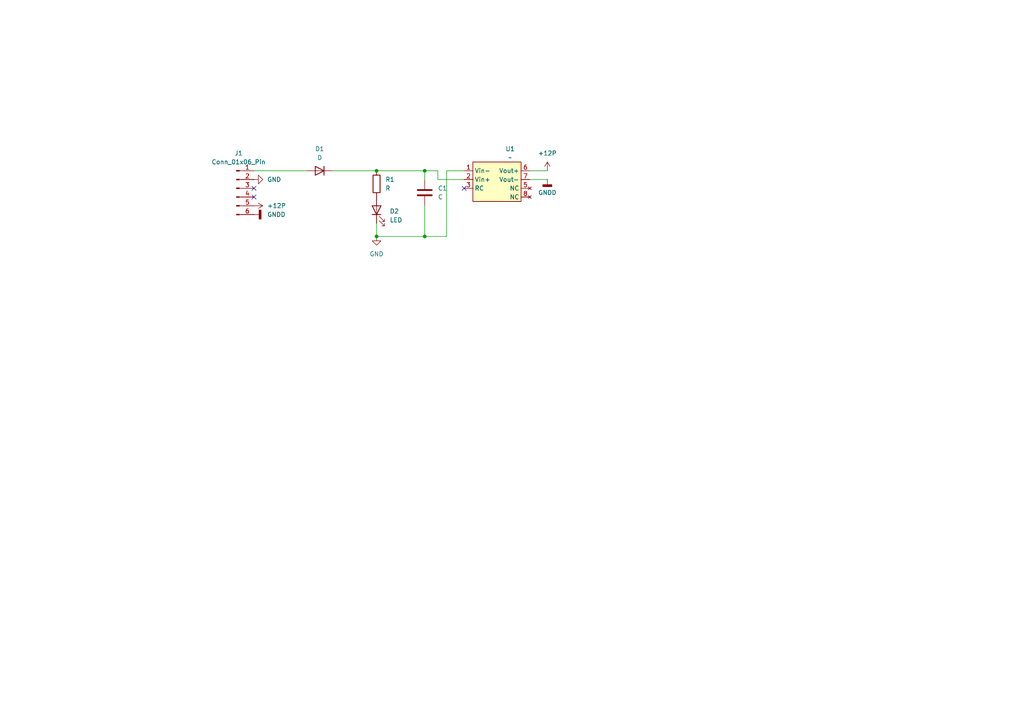
<source format=kicad_sch>
(kicad_sch
	(version 20231120)
	(generator "eeschema")
	(generator_version "8.0")
	(uuid "072dc675-bb9c-467a-b5fc-4e3dd4258f3e")
	(paper "A4")
	(lib_symbols
		(symbol "Connector:Conn_01x06_Pin"
			(pin_names
				(offset 1.016) hide)
			(exclude_from_sim no)
			(in_bom yes)
			(on_board yes)
			(property "Reference" "J"
				(at 0 7.62 0)
				(effects
					(font
						(size 1.27 1.27)
					)
				)
			)
			(property "Value" "Conn_01x06_Pin"
				(at 0 -10.16 0)
				(effects
					(font
						(size 1.27 1.27)
					)
				)
			)
			(property "Footprint" ""
				(at 0 0 0)
				(effects
					(font
						(size 1.27 1.27)
					)
					(hide yes)
				)
			)
			(property "Datasheet" "~"
				(at 0 0 0)
				(effects
					(font
						(size 1.27 1.27)
					)
					(hide yes)
				)
			)
			(property "Description" "Generic connector, single row, 01x06, script generated"
				(at 0 0 0)
				(effects
					(font
						(size 1.27 1.27)
					)
					(hide yes)
				)
			)
			(property "ki_locked" ""
				(at 0 0 0)
				(effects
					(font
						(size 1.27 1.27)
					)
				)
			)
			(property "ki_keywords" "connector"
				(at 0 0 0)
				(effects
					(font
						(size 1.27 1.27)
					)
					(hide yes)
				)
			)
			(property "ki_fp_filters" "Connector*:*_1x??_*"
				(at 0 0 0)
				(effects
					(font
						(size 1.27 1.27)
					)
					(hide yes)
				)
			)
			(symbol "Conn_01x06_Pin_1_1"
				(polyline
					(pts
						(xy 1.27 -7.62) (xy 0.8636 -7.62)
					)
					(stroke
						(width 0.1524)
						(type default)
					)
					(fill
						(type none)
					)
				)
				(polyline
					(pts
						(xy 1.27 -5.08) (xy 0.8636 -5.08)
					)
					(stroke
						(width 0.1524)
						(type default)
					)
					(fill
						(type none)
					)
				)
				(polyline
					(pts
						(xy 1.27 -2.54) (xy 0.8636 -2.54)
					)
					(stroke
						(width 0.1524)
						(type default)
					)
					(fill
						(type none)
					)
				)
				(polyline
					(pts
						(xy 1.27 0) (xy 0.8636 0)
					)
					(stroke
						(width 0.1524)
						(type default)
					)
					(fill
						(type none)
					)
				)
				(polyline
					(pts
						(xy 1.27 2.54) (xy 0.8636 2.54)
					)
					(stroke
						(width 0.1524)
						(type default)
					)
					(fill
						(type none)
					)
				)
				(polyline
					(pts
						(xy 1.27 5.08) (xy 0.8636 5.08)
					)
					(stroke
						(width 0.1524)
						(type default)
					)
					(fill
						(type none)
					)
				)
				(rectangle
					(start 0.8636 -7.493)
					(end 0 -7.747)
					(stroke
						(width 0.1524)
						(type default)
					)
					(fill
						(type outline)
					)
				)
				(rectangle
					(start 0.8636 -4.953)
					(end 0 -5.207)
					(stroke
						(width 0.1524)
						(type default)
					)
					(fill
						(type outline)
					)
				)
				(rectangle
					(start 0.8636 -2.413)
					(end 0 -2.667)
					(stroke
						(width 0.1524)
						(type default)
					)
					(fill
						(type outline)
					)
				)
				(rectangle
					(start 0.8636 0.127)
					(end 0 -0.127)
					(stroke
						(width 0.1524)
						(type default)
					)
					(fill
						(type outline)
					)
				)
				(rectangle
					(start 0.8636 2.667)
					(end 0 2.413)
					(stroke
						(width 0.1524)
						(type default)
					)
					(fill
						(type outline)
					)
				)
				(rectangle
					(start 0.8636 5.207)
					(end 0 4.953)
					(stroke
						(width 0.1524)
						(type default)
					)
					(fill
						(type outline)
					)
				)
				(pin passive line
					(at 5.08 5.08 180)
					(length 3.81)
					(name "Pin_1"
						(effects
							(font
								(size 1.27 1.27)
							)
						)
					)
					(number "1"
						(effects
							(font
								(size 1.27 1.27)
							)
						)
					)
				)
				(pin passive line
					(at 5.08 2.54 180)
					(length 3.81)
					(name "Pin_2"
						(effects
							(font
								(size 1.27 1.27)
							)
						)
					)
					(number "2"
						(effects
							(font
								(size 1.27 1.27)
							)
						)
					)
				)
				(pin passive line
					(at 5.08 0 180)
					(length 3.81)
					(name "Pin_3"
						(effects
							(font
								(size 1.27 1.27)
							)
						)
					)
					(number "3"
						(effects
							(font
								(size 1.27 1.27)
							)
						)
					)
				)
				(pin passive line
					(at 5.08 -2.54 180)
					(length 3.81)
					(name "Pin_4"
						(effects
							(font
								(size 1.27 1.27)
							)
						)
					)
					(number "4"
						(effects
							(font
								(size 1.27 1.27)
							)
						)
					)
				)
				(pin passive line
					(at 5.08 -5.08 180)
					(length 3.81)
					(name "Pin_5"
						(effects
							(font
								(size 1.27 1.27)
							)
						)
					)
					(number "5"
						(effects
							(font
								(size 1.27 1.27)
							)
						)
					)
				)
				(pin passive line
					(at 5.08 -7.62 180)
					(length 3.81)
					(name "Pin_6"
						(effects
							(font
								(size 1.27 1.27)
							)
						)
					)
					(number "6"
						(effects
							(font
								(size 1.27 1.27)
							)
						)
					)
				)
			)
		)
		(symbol "Device:C"
			(pin_numbers hide)
			(pin_names
				(offset 0.254)
			)
			(exclude_from_sim no)
			(in_bom yes)
			(on_board yes)
			(property "Reference" "C"
				(at 0.635 2.54 0)
				(effects
					(font
						(size 1.27 1.27)
					)
					(justify left)
				)
			)
			(property "Value" "C"
				(at 0.635 -2.54 0)
				(effects
					(font
						(size 1.27 1.27)
					)
					(justify left)
				)
			)
			(property "Footprint" ""
				(at 0.9652 -3.81 0)
				(effects
					(font
						(size 1.27 1.27)
					)
					(hide yes)
				)
			)
			(property "Datasheet" "~"
				(at 0 0 0)
				(effects
					(font
						(size 1.27 1.27)
					)
					(hide yes)
				)
			)
			(property "Description" "Unpolarized capacitor"
				(at 0 0 0)
				(effects
					(font
						(size 1.27 1.27)
					)
					(hide yes)
				)
			)
			(property "ki_keywords" "cap capacitor"
				(at 0 0 0)
				(effects
					(font
						(size 1.27 1.27)
					)
					(hide yes)
				)
			)
			(property "ki_fp_filters" "C_*"
				(at 0 0 0)
				(effects
					(font
						(size 1.27 1.27)
					)
					(hide yes)
				)
			)
			(symbol "C_0_1"
				(polyline
					(pts
						(xy -2.032 -0.762) (xy 2.032 -0.762)
					)
					(stroke
						(width 0.508)
						(type default)
					)
					(fill
						(type none)
					)
				)
				(polyline
					(pts
						(xy -2.032 0.762) (xy 2.032 0.762)
					)
					(stroke
						(width 0.508)
						(type default)
					)
					(fill
						(type none)
					)
				)
			)
			(symbol "C_1_1"
				(pin passive line
					(at 0 3.81 270)
					(length 2.794)
					(name "~"
						(effects
							(font
								(size 1.27 1.27)
							)
						)
					)
					(number "1"
						(effects
							(font
								(size 1.27 1.27)
							)
						)
					)
				)
				(pin passive line
					(at 0 -3.81 90)
					(length 2.794)
					(name "~"
						(effects
							(font
								(size 1.27 1.27)
							)
						)
					)
					(number "2"
						(effects
							(font
								(size 1.27 1.27)
							)
						)
					)
				)
			)
		)
		(symbol "Device:D"
			(pin_numbers hide)
			(pin_names
				(offset 1.016) hide)
			(exclude_from_sim no)
			(in_bom yes)
			(on_board yes)
			(property "Reference" "D"
				(at 0 2.54 0)
				(effects
					(font
						(size 1.27 1.27)
					)
				)
			)
			(property "Value" "D"
				(at 0 -2.54 0)
				(effects
					(font
						(size 1.27 1.27)
					)
				)
			)
			(property "Footprint" ""
				(at 0 0 0)
				(effects
					(font
						(size 1.27 1.27)
					)
					(hide yes)
				)
			)
			(property "Datasheet" "~"
				(at 0 0 0)
				(effects
					(font
						(size 1.27 1.27)
					)
					(hide yes)
				)
			)
			(property "Description" "Diode"
				(at 0 0 0)
				(effects
					(font
						(size 1.27 1.27)
					)
					(hide yes)
				)
			)
			(property "Sim.Device" "D"
				(at 0 0 0)
				(effects
					(font
						(size 1.27 1.27)
					)
					(hide yes)
				)
			)
			(property "Sim.Pins" "1=K 2=A"
				(at 0 0 0)
				(effects
					(font
						(size 1.27 1.27)
					)
					(hide yes)
				)
			)
			(property "ki_keywords" "diode"
				(at 0 0 0)
				(effects
					(font
						(size 1.27 1.27)
					)
					(hide yes)
				)
			)
			(property "ki_fp_filters" "TO-???* *_Diode_* *SingleDiode* D_*"
				(at 0 0 0)
				(effects
					(font
						(size 1.27 1.27)
					)
					(hide yes)
				)
			)
			(symbol "D_0_1"
				(polyline
					(pts
						(xy -1.27 1.27) (xy -1.27 -1.27)
					)
					(stroke
						(width 0.254)
						(type default)
					)
					(fill
						(type none)
					)
				)
				(polyline
					(pts
						(xy 1.27 0) (xy -1.27 0)
					)
					(stroke
						(width 0)
						(type default)
					)
					(fill
						(type none)
					)
				)
				(polyline
					(pts
						(xy 1.27 1.27) (xy 1.27 -1.27) (xy -1.27 0) (xy 1.27 1.27)
					)
					(stroke
						(width 0.254)
						(type default)
					)
					(fill
						(type none)
					)
				)
			)
			(symbol "D_1_1"
				(pin passive line
					(at -3.81 0 0)
					(length 2.54)
					(name "K"
						(effects
							(font
								(size 1.27 1.27)
							)
						)
					)
					(number "1"
						(effects
							(font
								(size 1.27 1.27)
							)
						)
					)
				)
				(pin passive line
					(at 3.81 0 180)
					(length 2.54)
					(name "A"
						(effects
							(font
								(size 1.27 1.27)
							)
						)
					)
					(number "2"
						(effects
							(font
								(size 1.27 1.27)
							)
						)
					)
				)
			)
		)
		(symbol "Device:LED"
			(pin_numbers hide)
			(pin_names
				(offset 1.016) hide)
			(exclude_from_sim no)
			(in_bom yes)
			(on_board yes)
			(property "Reference" "D"
				(at 0 2.54 0)
				(effects
					(font
						(size 1.27 1.27)
					)
				)
			)
			(property "Value" "LED"
				(at 0 -2.54 0)
				(effects
					(font
						(size 1.27 1.27)
					)
				)
			)
			(property "Footprint" ""
				(at 0 0 0)
				(effects
					(font
						(size 1.27 1.27)
					)
					(hide yes)
				)
			)
			(property "Datasheet" "~"
				(at 0 0 0)
				(effects
					(font
						(size 1.27 1.27)
					)
					(hide yes)
				)
			)
			(property "Description" "Light emitting diode"
				(at 0 0 0)
				(effects
					(font
						(size 1.27 1.27)
					)
					(hide yes)
				)
			)
			(property "ki_keywords" "LED diode"
				(at 0 0 0)
				(effects
					(font
						(size 1.27 1.27)
					)
					(hide yes)
				)
			)
			(property "ki_fp_filters" "LED* LED_SMD:* LED_THT:*"
				(at 0 0 0)
				(effects
					(font
						(size 1.27 1.27)
					)
					(hide yes)
				)
			)
			(symbol "LED_0_1"
				(polyline
					(pts
						(xy -1.27 -1.27) (xy -1.27 1.27)
					)
					(stroke
						(width 0.254)
						(type default)
					)
					(fill
						(type none)
					)
				)
				(polyline
					(pts
						(xy -1.27 0) (xy 1.27 0)
					)
					(stroke
						(width 0)
						(type default)
					)
					(fill
						(type none)
					)
				)
				(polyline
					(pts
						(xy 1.27 -1.27) (xy 1.27 1.27) (xy -1.27 0) (xy 1.27 -1.27)
					)
					(stroke
						(width 0.254)
						(type default)
					)
					(fill
						(type none)
					)
				)
				(polyline
					(pts
						(xy -3.048 -0.762) (xy -4.572 -2.286) (xy -3.81 -2.286) (xy -4.572 -2.286) (xy -4.572 -1.524)
					)
					(stroke
						(width 0)
						(type default)
					)
					(fill
						(type none)
					)
				)
				(polyline
					(pts
						(xy -1.778 -0.762) (xy -3.302 -2.286) (xy -2.54 -2.286) (xy -3.302 -2.286) (xy -3.302 -1.524)
					)
					(stroke
						(width 0)
						(type default)
					)
					(fill
						(type none)
					)
				)
			)
			(symbol "LED_1_1"
				(pin passive line
					(at -3.81 0 0)
					(length 2.54)
					(name "K"
						(effects
							(font
								(size 1.27 1.27)
							)
						)
					)
					(number "1"
						(effects
							(font
								(size 1.27 1.27)
							)
						)
					)
				)
				(pin passive line
					(at 3.81 0 180)
					(length 2.54)
					(name "A"
						(effects
							(font
								(size 1.27 1.27)
							)
						)
					)
					(number "2"
						(effects
							(font
								(size 1.27 1.27)
							)
						)
					)
				)
			)
		)
		(symbol "Device:R"
			(pin_numbers hide)
			(pin_names
				(offset 0)
			)
			(exclude_from_sim no)
			(in_bom yes)
			(on_board yes)
			(property "Reference" "R"
				(at 2.032 0 90)
				(effects
					(font
						(size 1.27 1.27)
					)
				)
			)
			(property "Value" "R"
				(at 0 0 90)
				(effects
					(font
						(size 1.27 1.27)
					)
				)
			)
			(property "Footprint" ""
				(at -1.778 0 90)
				(effects
					(font
						(size 1.27 1.27)
					)
					(hide yes)
				)
			)
			(property "Datasheet" "~"
				(at 0 0 0)
				(effects
					(font
						(size 1.27 1.27)
					)
					(hide yes)
				)
			)
			(property "Description" "Resistor"
				(at 0 0 0)
				(effects
					(font
						(size 1.27 1.27)
					)
					(hide yes)
				)
			)
			(property "ki_keywords" "R res resistor"
				(at 0 0 0)
				(effects
					(font
						(size 1.27 1.27)
					)
					(hide yes)
				)
			)
			(property "ki_fp_filters" "R_*"
				(at 0 0 0)
				(effects
					(font
						(size 1.27 1.27)
					)
					(hide yes)
				)
			)
			(symbol "R_0_1"
				(rectangle
					(start -1.016 -2.54)
					(end 1.016 2.54)
					(stroke
						(width 0.254)
						(type default)
					)
					(fill
						(type none)
					)
				)
			)
			(symbol "R_1_1"
				(pin passive line
					(at 0 3.81 270)
					(length 1.27)
					(name "~"
						(effects
							(font
								(size 1.27 1.27)
							)
						)
					)
					(number "1"
						(effects
							(font
								(size 1.27 1.27)
							)
						)
					)
				)
				(pin passive line
					(at 0 -3.81 90)
					(length 1.27)
					(name "~"
						(effects
							(font
								(size 1.27 1.27)
							)
						)
					)
					(number "2"
						(effects
							(font
								(size 1.27 1.27)
							)
						)
					)
				)
			)
		)
		(symbol "components:SPAN02A"
			(exclude_from_sim no)
			(in_bom yes)
			(on_board yes)
			(property "Reference" "U"
				(at -4.826 4.572 0)
				(effects
					(font
						(size 1.27 1.27)
					)
				)
			)
			(property "Value" ""
				(at 0 0 0)
				(effects
					(font
						(size 1.27 1.27)
					)
				)
			)
			(property "Footprint" ""
				(at 0 0 0)
				(effects
					(font
						(size 1.27 1.27)
					)
					(hide yes)
				)
			)
			(property "Datasheet" ""
				(at 0 0 0)
				(effects
					(font
						(size 1.27 1.27)
					)
					(hide yes)
				)
			)
			(property "Description" ""
				(at 0 0 0)
				(effects
					(font
						(size 1.27 1.27)
					)
					(hide yes)
				)
			)
			(symbol "SPAN02A_0_1"
				(rectangle
					(start -6.35 2.54)
					(end 7.62 -8.89)
					(stroke
						(width 0)
						(type default)
					)
					(fill
						(type none)
					)
				)
				(rectangle
					(start 15.24 -6.35)
					(end 15.24 -6.35)
					(stroke
						(width 0)
						(type default)
					)
					(fill
						(type none)
					)
				)
			)
			(symbol "SPAN02A_1_1"
				(rectangle
					(start -6.35 -8.89)
					(end -6.35 -8.89)
					(stroke
						(width 0)
						(type default)
					)
					(fill
						(type background)
					)
				)
				(rectangle
					(start -6.35 -8.89)
					(end 7.62 2.54)
					(stroke
						(width 0)
						(type default)
					)
					(fill
						(type background)
					)
				)
				(pin power_in line
					(at -8.89 0 0)
					(length 2.54)
					(name "Vin-"
						(effects
							(font
								(size 1.27 1.27)
							)
						)
					)
					(number "1"
						(effects
							(font
								(size 1.27 1.27)
							)
						)
					)
				)
				(pin power_in line
					(at -8.89 -2.54 0)
					(length 2.54)
					(name "Vin+"
						(effects
							(font
								(size 1.27 1.27)
							)
						)
					)
					(number "2"
						(effects
							(font
								(size 1.27 1.27)
							)
						)
					)
				)
				(pin passive line
					(at -8.89 -5.08 0)
					(length 2.54)
					(name "RC"
						(effects
							(font
								(size 1.27 1.27)
							)
						)
					)
					(number "3"
						(effects
							(font
								(size 1.27 1.27)
							)
						)
					)
				)
				(pin no_connect line
					(at 10.16 -5.08 180)
					(length 2.54)
					(name "NC"
						(effects
							(font
								(size 1.27 1.27)
							)
						)
					)
					(number "5"
						(effects
							(font
								(size 1.27 1.27)
							)
						)
					)
				)
				(pin power_out line
					(at 10.16 0 180)
					(length 2.54)
					(name "Vout+"
						(effects
							(font
								(size 1.27 1.27)
							)
						)
					)
					(number "6"
						(effects
							(font
								(size 1.27 1.27)
							)
						)
					)
				)
				(pin power_out line
					(at 10.16 -2.54 180)
					(length 2.54)
					(name "Vout-"
						(effects
							(font
								(size 1.27 1.27)
							)
						)
					)
					(number "7"
						(effects
							(font
								(size 1.27 1.27)
							)
						)
					)
				)
				(pin no_connect line
					(at 10.16 -7.62 180)
					(length 2.54)
					(name "NC"
						(effects
							(font
								(size 1.27 1.27)
							)
						)
					)
					(number "8"
						(effects
							(font
								(size 1.27 1.27)
							)
						)
					)
				)
			)
		)
		(symbol "power:+12P"
			(power)
			(pin_numbers hide)
			(pin_names
				(offset 0) hide)
			(exclude_from_sim no)
			(in_bom yes)
			(on_board yes)
			(property "Reference" "#PWR"
				(at 0 -3.81 0)
				(effects
					(font
						(size 1.27 1.27)
					)
					(hide yes)
				)
			)
			(property "Value" "+12P"
				(at 0 3.556 0)
				(effects
					(font
						(size 1.27 1.27)
					)
				)
			)
			(property "Footprint" ""
				(at 0 0 0)
				(effects
					(font
						(size 1.27 1.27)
					)
					(hide yes)
				)
			)
			(property "Datasheet" ""
				(at 0 0 0)
				(effects
					(font
						(size 1.27 1.27)
					)
					(hide yes)
				)
			)
			(property "Description" "Power symbol creates a global label with name \"+12P\""
				(at 0 0 0)
				(effects
					(font
						(size 1.27 1.27)
					)
					(hide yes)
				)
			)
			(property "ki_keywords" "global power"
				(at 0 0 0)
				(effects
					(font
						(size 1.27 1.27)
					)
					(hide yes)
				)
			)
			(symbol "+12P_0_1"
				(polyline
					(pts
						(xy -0.762 1.27) (xy 0 2.54)
					)
					(stroke
						(width 0)
						(type default)
					)
					(fill
						(type none)
					)
				)
				(polyline
					(pts
						(xy 0 0) (xy 0 2.54)
					)
					(stroke
						(width 0)
						(type default)
					)
					(fill
						(type none)
					)
				)
				(polyline
					(pts
						(xy 0 2.54) (xy 0.762 1.27)
					)
					(stroke
						(width 0)
						(type default)
					)
					(fill
						(type none)
					)
				)
			)
			(symbol "+12P_1_1"
				(pin power_in line
					(at 0 0 90)
					(length 0)
					(name "~"
						(effects
							(font
								(size 1.27 1.27)
							)
						)
					)
					(number "1"
						(effects
							(font
								(size 1.27 1.27)
							)
						)
					)
				)
			)
		)
		(symbol "power:GND"
			(power)
			(pin_numbers hide)
			(pin_names
				(offset 0) hide)
			(exclude_from_sim no)
			(in_bom yes)
			(on_board yes)
			(property "Reference" "#PWR"
				(at 0 -6.35 0)
				(effects
					(font
						(size 1.27 1.27)
					)
					(hide yes)
				)
			)
			(property "Value" "GND"
				(at 0 -3.81 0)
				(effects
					(font
						(size 1.27 1.27)
					)
				)
			)
			(property "Footprint" ""
				(at 0 0 0)
				(effects
					(font
						(size 1.27 1.27)
					)
					(hide yes)
				)
			)
			(property "Datasheet" ""
				(at 0 0 0)
				(effects
					(font
						(size 1.27 1.27)
					)
					(hide yes)
				)
			)
			(property "Description" "Power symbol creates a global label with name \"GND\" , ground"
				(at 0 0 0)
				(effects
					(font
						(size 1.27 1.27)
					)
					(hide yes)
				)
			)
			(property "ki_keywords" "global power"
				(at 0 0 0)
				(effects
					(font
						(size 1.27 1.27)
					)
					(hide yes)
				)
			)
			(symbol "GND_0_1"
				(polyline
					(pts
						(xy 0 0) (xy 0 -1.27) (xy 1.27 -1.27) (xy 0 -2.54) (xy -1.27 -1.27) (xy 0 -1.27)
					)
					(stroke
						(width 0)
						(type default)
					)
					(fill
						(type none)
					)
				)
			)
			(symbol "GND_1_1"
				(pin power_in line
					(at 0 0 270)
					(length 0)
					(name "~"
						(effects
							(font
								(size 1.27 1.27)
							)
						)
					)
					(number "1"
						(effects
							(font
								(size 1.27 1.27)
							)
						)
					)
				)
			)
		)
		(symbol "power:GNDD"
			(power)
			(pin_numbers hide)
			(pin_names
				(offset 0) hide)
			(exclude_from_sim no)
			(in_bom yes)
			(on_board yes)
			(property "Reference" "#PWR"
				(at 0 -6.35 0)
				(effects
					(font
						(size 1.27 1.27)
					)
					(hide yes)
				)
			)
			(property "Value" "GNDD"
				(at 0 -3.175 0)
				(effects
					(font
						(size 1.27 1.27)
					)
				)
			)
			(property "Footprint" ""
				(at 0 0 0)
				(effects
					(font
						(size 1.27 1.27)
					)
					(hide yes)
				)
			)
			(property "Datasheet" ""
				(at 0 0 0)
				(effects
					(font
						(size 1.27 1.27)
					)
					(hide yes)
				)
			)
			(property "Description" "Power symbol creates a global label with name \"GNDD\" , digital ground"
				(at 0 0 0)
				(effects
					(font
						(size 1.27 1.27)
					)
					(hide yes)
				)
			)
			(property "ki_keywords" "global power"
				(at 0 0 0)
				(effects
					(font
						(size 1.27 1.27)
					)
					(hide yes)
				)
			)
			(symbol "GNDD_0_1"
				(rectangle
					(start -1.27 -1.524)
					(end 1.27 -2.032)
					(stroke
						(width 0.254)
						(type default)
					)
					(fill
						(type outline)
					)
				)
				(polyline
					(pts
						(xy 0 0) (xy 0 -1.524)
					)
					(stroke
						(width 0)
						(type default)
					)
					(fill
						(type none)
					)
				)
			)
			(symbol "GNDD_1_1"
				(pin power_in line
					(at 0 0 270)
					(length 0)
					(name "~"
						(effects
							(font
								(size 1.27 1.27)
							)
						)
					)
					(number "1"
						(effects
							(font
								(size 1.27 1.27)
							)
						)
					)
				)
			)
		)
	)
	(junction
		(at 109.22 49.53)
		(diameter 0)
		(color 0 0 0 0)
		(uuid "1f5a03dd-7a69-4773-8933-b61c49f50205")
	)
	(junction
		(at 109.22 68.58)
		(diameter 0)
		(color 0 0 0 0)
		(uuid "87d57c73-ceda-4dc3-bc3a-e16bebf837ee")
	)
	(junction
		(at 123.19 68.58)
		(diameter 0)
		(color 0 0 0 0)
		(uuid "88353a29-816a-48b8-849e-e8b296a593ae")
	)
	(junction
		(at 123.19 49.53)
		(diameter 0)
		(color 0 0 0 0)
		(uuid "8b7e8450-fbb9-48a7-9e01-b153af10645c")
	)
	(no_connect
		(at 73.66 54.61)
		(uuid "489944ac-a32c-4bd9-b8bf-b2af9a8f187b")
	)
	(no_connect
		(at 73.66 57.15)
		(uuid "aa6d4ee7-f39b-44a6-8532-98645f28e0d5")
	)
	(no_connect
		(at 134.62 54.61)
		(uuid "b110d938-3b65-4a6b-bf68-9a03ac8bec81")
	)
	(wire
		(pts
			(xy 109.22 49.53) (xy 123.19 49.53)
		)
		(stroke
			(width 0)
			(type default)
		)
		(uuid "002775c6-d9d0-4c6c-aeda-22ca46ac5c02")
	)
	(wire
		(pts
			(xy 123.19 68.58) (xy 129.54 68.58)
		)
		(stroke
			(width 0)
			(type default)
		)
		(uuid "038e1293-c04c-4674-b9a7-a64487b14cd9")
	)
	(wire
		(pts
			(xy 127 52.07) (xy 134.62 52.07)
		)
		(stroke
			(width 0)
			(type default)
		)
		(uuid "0f91fe0e-e404-4dbb-8715-157b400b8171")
	)
	(wire
		(pts
			(xy 123.19 68.58) (xy 109.22 68.58)
		)
		(stroke
			(width 0)
			(type default)
		)
		(uuid "14804b62-5cd1-4d51-b6f6-d0330ca8f2f8")
	)
	(wire
		(pts
			(xy 129.54 49.53) (xy 134.62 49.53)
		)
		(stroke
			(width 0)
			(type default)
		)
		(uuid "1739596c-5351-4e52-95e8-a472490f09c8")
	)
	(wire
		(pts
			(xy 96.52 49.53) (xy 109.22 49.53)
		)
		(stroke
			(width 0)
			(type default)
		)
		(uuid "1da184ae-bdbb-4588-a161-c6803a8ba484")
	)
	(wire
		(pts
			(xy 127 49.53) (xy 127 52.07)
		)
		(stroke
			(width 0)
			(type default)
		)
		(uuid "45249dc6-39a8-41f6-88a7-4180de8cfc9d")
	)
	(wire
		(pts
			(xy 109.22 68.58) (xy 109.22 64.77)
		)
		(stroke
			(width 0)
			(type default)
		)
		(uuid "6a09912d-41b9-4da3-abcb-115c9a487ed2")
	)
	(wire
		(pts
			(xy 129.54 68.58) (xy 129.54 49.53)
		)
		(stroke
			(width 0)
			(type default)
		)
		(uuid "6c2dd77d-e967-4638-aac0-0847379fbe9e")
	)
	(wire
		(pts
			(xy 153.67 52.07) (xy 158.75 52.07)
		)
		(stroke
			(width 0)
			(type default)
		)
		(uuid "6f838606-8152-4a0b-a60a-f41e67af5d27")
	)
	(wire
		(pts
			(xy 153.67 49.53) (xy 158.75 49.53)
		)
		(stroke
			(width 0)
			(type default)
		)
		(uuid "7889e7d8-aa2f-4fa6-830e-d82f37b2ab8b")
	)
	(wire
		(pts
			(xy 123.19 59.69) (xy 123.19 68.58)
		)
		(stroke
			(width 0)
			(type default)
		)
		(uuid "aebbcb46-7d39-4e0b-b301-bc5875b31984")
	)
	(wire
		(pts
			(xy 73.66 49.53) (xy 88.9 49.53)
		)
		(stroke
			(width 0)
			(type default)
		)
		(uuid "bdc63df3-c96e-4a31-a75a-9bb1dc1e2808")
	)
	(wire
		(pts
			(xy 123.19 49.53) (xy 127 49.53)
		)
		(stroke
			(width 0)
			(type default)
		)
		(uuid "f4a9d749-299d-4cf3-86a3-f234dc0d4209")
	)
	(wire
		(pts
			(xy 123.19 49.53) (xy 123.19 52.07)
		)
		(stroke
			(width 0)
			(type default)
		)
		(uuid "ff58a718-aa06-435a-a747-a94509851a41")
	)
	(symbol
		(lib_id "Device:R")
		(at 109.22 53.34 180)
		(unit 1)
		(exclude_from_sim no)
		(in_bom yes)
		(on_board yes)
		(dnp no)
		(fields_autoplaced yes)
		(uuid "12358d75-8008-4db0-abe4-65936cf3381d")
		(property "Reference" "R1"
			(at 111.76 52.0699 0)
			(effects
				(font
					(size 1.27 1.27)
				)
				(justify right)
			)
		)
		(property "Value" "R"
			(at 111.76 54.6099 0)
			(effects
				(font
					(size 1.27 1.27)
				)
				(justify right)
			)
		)
		(property "Footprint" "Resistor_SMD:R_1206_3216Metric"
			(at 110.998 53.34 90)
			(effects
				(font
					(size 1.27 1.27)
				)
				(hide yes)
			)
		)
		(property "Datasheet" "~"
			(at 109.22 53.34 0)
			(effects
				(font
					(size 1.27 1.27)
				)
				(hide yes)
			)
		)
		(property "Description" "Resistor"
			(at 109.22 53.34 0)
			(effects
				(font
					(size 1.27 1.27)
				)
				(hide yes)
			)
		)
		(pin "2"
			(uuid "ca79d373-f2a8-427a-a7a6-a2b9b7f372d2")
		)
		(pin "1"
			(uuid "3f0ceb41-5410-4941-8a7f-2f5184b84030")
		)
		(instances
			(project ""
				(path "/072dc675-bb9c-467a-b5fc-4e3dd4258f3e"
					(reference "R1")
					(unit 1)
				)
			)
		)
	)
	(symbol
		(lib_id "components:SPAN02A")
		(at 143.51 49.53 0)
		(unit 1)
		(exclude_from_sim no)
		(in_bom yes)
		(on_board yes)
		(dnp no)
		(fields_autoplaced yes)
		(uuid "5614ad07-8fd8-4c19-a103-153be6beb355")
		(property "Reference" "U1"
			(at 147.955 43.18 0)
			(effects
				(font
					(size 1.27 1.27)
				)
			)
		)
		(property "Value" "~"
			(at 147.955 45.72 0)
			(effects
				(font
					(size 1.27 1.27)
				)
			)
		)
		(property "Footprint" "components:SPAN02"
			(at 143.51 49.53 0)
			(effects
				(font
					(size 1.27 1.27)
				)
				(hide yes)
			)
		)
		(property "Datasheet" ""
			(at 143.51 49.53 0)
			(effects
				(font
					(size 1.27 1.27)
				)
				(hide yes)
			)
		)
		(property "Description" ""
			(at 143.51 49.53 0)
			(effects
				(font
					(size 1.27 1.27)
				)
				(hide yes)
			)
		)
		(pin "8"
			(uuid "9f8b857f-3904-4254-8171-ad8c404e76cb")
		)
		(pin "1"
			(uuid "5a7f1706-7392-427a-98a3-f162058b8db5")
		)
		(pin "7"
			(uuid "e160ee33-d221-4b60-91af-2aebec3f870e")
		)
		(pin "5"
			(uuid "1f18d5cd-3c10-48b8-8dbe-333f87cc8610")
		)
		(pin "2"
			(uuid "d5c0a197-179b-452f-b9c0-76512aac15bf")
		)
		(pin "6"
			(uuid "8d76f868-f352-4bfb-8e4d-0b633c16bf94")
		)
		(pin "3"
			(uuid "7d997de7-a9b9-4bdf-9d05-96886ee92f1f")
		)
		(instances
			(project ""
				(path "/072dc675-bb9c-467a-b5fc-4e3dd4258f3e"
					(reference "U1")
					(unit 1)
				)
			)
		)
	)
	(symbol
		(lib_id "power:GNDD")
		(at 158.75 52.07 0)
		(unit 1)
		(exclude_from_sim no)
		(in_bom yes)
		(on_board yes)
		(dnp no)
		(fields_autoplaced yes)
		(uuid "57a24736-4940-4b05-9bb5-b95856a25b86")
		(property "Reference" "#PWR04"
			(at 158.75 58.42 0)
			(effects
				(font
					(size 1.27 1.27)
				)
				(hide yes)
			)
		)
		(property "Value" "GNDD"
			(at 158.75 55.88 0)
			(effects
				(font
					(size 1.27 1.27)
				)
			)
		)
		(property "Footprint" ""
			(at 158.75 52.07 0)
			(effects
				(font
					(size 1.27 1.27)
				)
				(hide yes)
			)
		)
		(property "Datasheet" ""
			(at 158.75 52.07 0)
			(effects
				(font
					(size 1.27 1.27)
				)
				(hide yes)
			)
		)
		(property "Description" "Power symbol creates a global label with name \"GNDD\" , digital ground"
			(at 158.75 52.07 0)
			(effects
				(font
					(size 1.27 1.27)
				)
				(hide yes)
			)
		)
		(pin "1"
			(uuid "02f69e6c-74d3-498f-a357-9830629ef16b")
		)
		(instances
			(project ""
				(path "/072dc675-bb9c-467a-b5fc-4e3dd4258f3e"
					(reference "#PWR04")
					(unit 1)
				)
			)
		)
	)
	(symbol
		(lib_id "Device:C")
		(at 123.19 55.88 0)
		(unit 1)
		(exclude_from_sim no)
		(in_bom yes)
		(on_board yes)
		(dnp no)
		(fields_autoplaced yes)
		(uuid "612cabaf-9748-4fb8-bb58-3500e565a9e9")
		(property "Reference" "C1"
			(at 127 54.6099 0)
			(effects
				(font
					(size 1.27 1.27)
				)
				(justify left)
			)
		)
		(property "Value" "C"
			(at 127 57.1499 0)
			(effects
				(font
					(size 1.27 1.27)
				)
				(justify left)
			)
		)
		(property "Footprint" "Capacitor_SMD:C_0805_2012Metric_Pad1.18x1.45mm_HandSolder"
			(at 124.1552 59.69 0)
			(effects
				(font
					(size 1.27 1.27)
				)
				(hide yes)
			)
		)
		(property "Datasheet" "~"
			(at 123.19 55.88 0)
			(effects
				(font
					(size 1.27 1.27)
				)
				(hide yes)
			)
		)
		(property "Description" "Unpolarized capacitor"
			(at 123.19 55.88 0)
			(effects
				(font
					(size 1.27 1.27)
				)
				(hide yes)
			)
		)
		(pin "1"
			(uuid "9d4f1801-fe40-49f1-a8bd-5be5a5912904")
		)
		(pin "2"
			(uuid "374ca417-1af2-4811-9bbe-2d0215f8be30")
		)
		(instances
			(project ""
				(path "/072dc675-bb9c-467a-b5fc-4e3dd4258f3e"
					(reference "C1")
					(unit 1)
				)
			)
		)
	)
	(symbol
		(lib_id "Connector:Conn_01x06_Pin")
		(at 68.58 54.61 0)
		(unit 1)
		(exclude_from_sim no)
		(in_bom yes)
		(on_board yes)
		(dnp no)
		(fields_autoplaced yes)
		(uuid "6e07cab5-977f-4e01-9736-4c903dd3452c")
		(property "Reference" "J1"
			(at 69.215 44.45 0)
			(effects
				(font
					(size 1.27 1.27)
				)
			)
		)
		(property "Value" "Conn_01x06_Pin"
			(at 69.215 46.99 0)
			(effects
				(font
					(size 1.27 1.27)
				)
			)
		)
		(property "Footprint" "Connector_Molex:Molex_Micro-Fit_3.0_43045-0612_2x03_P3.00mm_Vertical"
			(at 68.58 54.61 0)
			(effects
				(font
					(size 1.27 1.27)
				)
				(hide yes)
			)
		)
		(property "Datasheet" "~"
			(at 68.58 54.61 0)
			(effects
				(font
					(size 1.27 1.27)
				)
				(hide yes)
			)
		)
		(property "Description" "Generic connector, single row, 01x06, script generated"
			(at 68.58 54.61 0)
			(effects
				(font
					(size 1.27 1.27)
				)
				(hide yes)
			)
		)
		(pin "1"
			(uuid "5166762e-ce28-4c06-8bf4-3c1d9cfa9f1e")
		)
		(pin "3"
			(uuid "dc07fded-89f1-46f5-a90e-ebb1a877b884")
		)
		(pin "2"
			(uuid "c07c1d94-7da2-4d6c-8886-1274cb36a733")
		)
		(pin "4"
			(uuid "0f4a770d-5612-4558-bd37-1dd6f194243a")
		)
		(pin "6"
			(uuid "37d19bd0-f4b2-4601-a61c-da8c525b13f7")
		)
		(pin "5"
			(uuid "2b77bfab-5a23-4a9b-b37c-d7dae128c4e6")
		)
		(instances
			(project ""
				(path "/072dc675-bb9c-467a-b5fc-4e3dd4258f3e"
					(reference "J1")
					(unit 1)
				)
			)
		)
	)
	(symbol
		(lib_id "Device:D")
		(at 92.71 49.53 180)
		(unit 1)
		(exclude_from_sim no)
		(in_bom yes)
		(on_board yes)
		(dnp no)
		(fields_autoplaced yes)
		(uuid "7bcaf7c1-806b-4039-a61f-93fcddc56024")
		(property "Reference" "D1"
			(at 92.71 43.18 0)
			(effects
				(font
					(size 1.27 1.27)
				)
			)
		)
		(property "Value" "D"
			(at 92.71 45.72 0)
			(effects
				(font
					(size 1.27 1.27)
				)
			)
		)
		(property "Footprint" "Diode_SMD:D_SMA"
			(at 92.71 49.53 0)
			(effects
				(font
					(size 1.27 1.27)
				)
				(hide yes)
			)
		)
		(property "Datasheet" "~"
			(at 92.71 49.53 0)
			(effects
				(font
					(size 1.27 1.27)
				)
				(hide yes)
			)
		)
		(property "Description" "Diode"
			(at 92.71 49.53 0)
			(effects
				(font
					(size 1.27 1.27)
				)
				(hide yes)
			)
		)
		(property "Sim.Device" "D"
			(at 92.71 49.53 0)
			(effects
				(font
					(size 1.27 1.27)
				)
				(hide yes)
			)
		)
		(property "Sim.Pins" "1=K 2=A"
			(at 92.71 49.53 0)
			(effects
				(font
					(size 1.27 1.27)
				)
				(hide yes)
			)
		)
		(pin "1"
			(uuid "a896faee-f760-498a-8bf5-15ae0fd76274")
		)
		(pin "2"
			(uuid "0b9fbd4d-b3fe-4723-af8b-da5f7a55f378")
		)
		(instances
			(project ""
				(path "/072dc675-bb9c-467a-b5fc-4e3dd4258f3e"
					(reference "D1")
					(unit 1)
				)
			)
		)
	)
	(symbol
		(lib_id "power:GNDD")
		(at 73.66 62.23 90)
		(unit 1)
		(exclude_from_sim no)
		(in_bom yes)
		(on_board yes)
		(dnp no)
		(fields_autoplaced yes)
		(uuid "7c7acd42-9926-43e2-83ea-a42479b131e6")
		(property "Reference" "#PWR06"
			(at 80.01 62.23 0)
			(effects
				(font
					(size 1.27 1.27)
				)
				(hide yes)
			)
		)
		(property "Value" "GNDD"
			(at 77.47 62.2299 90)
			(effects
				(font
					(size 1.27 1.27)
				)
				(justify right)
			)
		)
		(property "Footprint" ""
			(at 73.66 62.23 0)
			(effects
				(font
					(size 1.27 1.27)
				)
				(hide yes)
			)
		)
		(property "Datasheet" ""
			(at 73.66 62.23 0)
			(effects
				(font
					(size 1.27 1.27)
				)
				(hide yes)
			)
		)
		(property "Description" "Power symbol creates a global label with name \"GNDD\" , digital ground"
			(at 73.66 62.23 0)
			(effects
				(font
					(size 1.27 1.27)
				)
				(hide yes)
			)
		)
		(pin "1"
			(uuid "1c807668-d7c0-4423-9098-e870abb5557e")
		)
		(instances
			(project "pcb.pro"
				(path "/072dc675-bb9c-467a-b5fc-4e3dd4258f3e"
					(reference "#PWR06")
					(unit 1)
				)
			)
		)
	)
	(symbol
		(lib_id "Device:LED")
		(at 109.22 60.96 90)
		(unit 1)
		(exclude_from_sim no)
		(in_bom yes)
		(on_board yes)
		(dnp no)
		(fields_autoplaced yes)
		(uuid "c17559ae-00f2-4326-a34a-c97ec4d3eb62")
		(property "Reference" "D2"
			(at 113.03 61.2774 90)
			(effects
				(font
					(size 1.27 1.27)
				)
				(justify right)
			)
		)
		(property "Value" "LED"
			(at 113.03 63.8174 90)
			(effects
				(font
					(size 1.27 1.27)
				)
				(justify right)
			)
		)
		(property "Footprint" "LED_SMD:LED_0805_2012Metric"
			(at 109.22 60.96 0)
			(effects
				(font
					(size 1.27 1.27)
				)
				(hide yes)
			)
		)
		(property "Datasheet" "~"
			(at 109.22 60.96 0)
			(effects
				(font
					(size 1.27 1.27)
				)
				(hide yes)
			)
		)
		(property "Description" "Light emitting diode"
			(at 109.22 60.96 0)
			(effects
				(font
					(size 1.27 1.27)
				)
				(hide yes)
			)
		)
		(pin "2"
			(uuid "72039483-144d-48d2-aa0f-58b6aae80094")
		)
		(pin "1"
			(uuid "520c6997-5426-409f-b420-17d38a115872")
		)
		(instances
			(project ""
				(path "/072dc675-bb9c-467a-b5fc-4e3dd4258f3e"
					(reference "D2")
					(unit 1)
				)
			)
		)
	)
	(symbol
		(lib_id "power:+12P")
		(at 73.66 59.69 270)
		(unit 1)
		(exclude_from_sim no)
		(in_bom yes)
		(on_board yes)
		(dnp no)
		(fields_autoplaced yes)
		(uuid "c4f17d63-273e-4b44-ba09-d04e217df8ac")
		(property "Reference" "#PWR05"
			(at 69.85 59.69 0)
			(effects
				(font
					(size 1.27 1.27)
				)
				(hide yes)
			)
		)
		(property "Value" "+12P"
			(at 77.47 59.6899 90)
			(effects
				(font
					(size 1.27 1.27)
				)
				(justify left)
			)
		)
		(property "Footprint" ""
			(at 73.66 59.69 0)
			(effects
				(font
					(size 1.27 1.27)
				)
				(hide yes)
			)
		)
		(property "Datasheet" ""
			(at 73.66 59.69 0)
			(effects
				(font
					(size 1.27 1.27)
				)
				(hide yes)
			)
		)
		(property "Description" "Power symbol creates a global label with name \"+12P\""
			(at 73.66 59.69 0)
			(effects
				(font
					(size 1.27 1.27)
				)
				(hide yes)
			)
		)
		(pin "1"
			(uuid "2f496ec5-b6b8-46ae-a134-baa3be185f0e")
		)
		(instances
			(project "pcb.pro"
				(path "/072dc675-bb9c-467a-b5fc-4e3dd4258f3e"
					(reference "#PWR05")
					(unit 1)
				)
			)
		)
	)
	(symbol
		(lib_id "power:GND")
		(at 109.22 68.58 0)
		(unit 1)
		(exclude_from_sim no)
		(in_bom yes)
		(on_board yes)
		(dnp no)
		(fields_autoplaced yes)
		(uuid "da1f1240-f0b7-415b-b4d5-b90e48375d0b")
		(property "Reference" "#PWR01"
			(at 109.22 74.93 0)
			(effects
				(font
					(size 1.27 1.27)
				)
				(hide yes)
			)
		)
		(property "Value" "GND"
			(at 109.22 73.66 0)
			(effects
				(font
					(size 1.27 1.27)
				)
			)
		)
		(property "Footprint" ""
			(at 109.22 68.58 0)
			(effects
				(font
					(size 1.27 1.27)
				)
				(hide yes)
			)
		)
		(property "Datasheet" ""
			(at 109.22 68.58 0)
			(effects
				(font
					(size 1.27 1.27)
				)
				(hide yes)
			)
		)
		(property "Description" "Power symbol creates a global label with name \"GND\" , ground"
			(at 109.22 68.58 0)
			(effects
				(font
					(size 1.27 1.27)
				)
				(hide yes)
			)
		)
		(pin "1"
			(uuid "2005257e-3974-47e5-8ea0-12960b963e92")
		)
		(instances
			(project ""
				(path "/072dc675-bb9c-467a-b5fc-4e3dd4258f3e"
					(reference "#PWR01")
					(unit 1)
				)
			)
		)
	)
	(symbol
		(lib_id "power:GND")
		(at 73.66 52.07 90)
		(unit 1)
		(exclude_from_sim no)
		(in_bom yes)
		(on_board yes)
		(dnp no)
		(fields_autoplaced yes)
		(uuid "de762437-ac00-467b-ba4e-4795eff8abcf")
		(property "Reference" "#PWR02"
			(at 80.01 52.07 0)
			(effects
				(font
					(size 1.27 1.27)
				)
				(hide yes)
			)
		)
		(property "Value" "GND"
			(at 77.47 52.0699 90)
			(effects
				(font
					(size 1.27 1.27)
				)
				(justify right)
			)
		)
		(property "Footprint" ""
			(at 73.66 52.07 0)
			(effects
				(font
					(size 1.27 1.27)
				)
				(hide yes)
			)
		)
		(property "Datasheet" ""
			(at 73.66 52.07 0)
			(effects
				(font
					(size 1.27 1.27)
				)
				(hide yes)
			)
		)
		(property "Description" "Power symbol creates a global label with name \"GND\" , ground"
			(at 73.66 52.07 0)
			(effects
				(font
					(size 1.27 1.27)
				)
				(hide yes)
			)
		)
		(pin "1"
			(uuid "b77eacd2-82de-4caf-881f-6cf35d4e6c72")
		)
		(instances
			(project "pcb.pro"
				(path "/072dc675-bb9c-467a-b5fc-4e3dd4258f3e"
					(reference "#PWR02")
					(unit 1)
				)
			)
		)
	)
	(symbol
		(lib_id "power:+12P")
		(at 158.75 49.53 0)
		(unit 1)
		(exclude_from_sim no)
		(in_bom yes)
		(on_board yes)
		(dnp no)
		(fields_autoplaced yes)
		(uuid "fc081cb1-bbb9-4128-9ac5-ae4d6655ce68")
		(property "Reference" "#PWR03"
			(at 158.75 53.34 0)
			(effects
				(font
					(size 1.27 1.27)
				)
				(hide yes)
			)
		)
		(property "Value" "+12P"
			(at 158.75 44.45 0)
			(effects
				(font
					(size 1.27 1.27)
				)
			)
		)
		(property "Footprint" ""
			(at 158.75 49.53 0)
			(effects
				(font
					(size 1.27 1.27)
				)
				(hide yes)
			)
		)
		(property "Datasheet" ""
			(at 158.75 49.53 0)
			(effects
				(font
					(size 1.27 1.27)
				)
				(hide yes)
			)
		)
		(property "Description" "Power symbol creates a global label with name \"+12P\""
			(at 158.75 49.53 0)
			(effects
				(font
					(size 1.27 1.27)
				)
				(hide yes)
			)
		)
		(pin "1"
			(uuid "29cc888d-cbe9-4808-8618-fd636baf8068")
		)
		(instances
			(project ""
				(path "/072dc675-bb9c-467a-b5fc-4e3dd4258f3e"
					(reference "#PWR03")
					(unit 1)
				)
			)
		)
	)
	(sheet_instances
		(path "/"
			(page "1")
		)
	)
)

</source>
